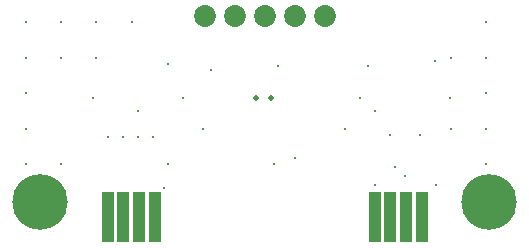
<source format=gbs>
G04 Layer_Color=16711935*
%FSTAX24Y24*%
%MOIN*%
G70*
G01*
G75*
%ADD29R,0.0395X0.1655*%
%ADD31C,0.0730*%
%ADD32C,0.1852*%
%ADD33C,0.0118*%
%ADD34C,0.0197*%
D29*
X063602Y033661D02*
D03*
X064127D02*
D03*
X064652D02*
D03*
X065177D02*
D03*
X054705D02*
D03*
X05523D02*
D03*
X055755D02*
D03*
X05628D02*
D03*
D31*
X058941Y040354D02*
D03*
X057941D02*
D03*
X059941D02*
D03*
X060941D02*
D03*
X061941D02*
D03*
D32*
X052461Y034154D02*
D03*
X067421D02*
D03*
D33*
X060397Y038697D02*
D03*
X063377Y038719D02*
D03*
X058141Y038555D02*
D03*
X067323Y040157D02*
D03*
Y038976D02*
D03*
Y037795D02*
D03*
Y036614D02*
D03*
Y035433D02*
D03*
X066142Y038976D02*
D03*
Y036614D02*
D03*
X062598D02*
D03*
X060236Y035433D02*
D03*
X057874Y036614D02*
D03*
X055512Y040157D02*
D03*
X054331D02*
D03*
Y038976D02*
D03*
X05315Y040157D02*
D03*
Y038976D02*
D03*
Y035433D02*
D03*
X051968Y040157D02*
D03*
Y038976D02*
D03*
Y037795D02*
D03*
Y036614D02*
D03*
Y035433D02*
D03*
X057205Y037638D02*
D03*
X056705Y035433D02*
D03*
X056594Y034646D02*
D03*
X056205Y036348D02*
D03*
X055705Y037218D02*
D03*
X063602Y037205D02*
D03*
X054705Y036348D02*
D03*
X055205D02*
D03*
X055705D02*
D03*
X054205Y037638D02*
D03*
X065102Y036417D02*
D03*
X064102Y036392D02*
D03*
X060941Y03563D02*
D03*
X066102Y037638D02*
D03*
X063102D02*
D03*
X056705Y03878D02*
D03*
X065602Y038878D02*
D03*
X064602Y035039D02*
D03*
X06565Y034744D02*
D03*
X064278Y035335D02*
D03*
X063602Y034744D02*
D03*
D34*
X060138Y037638D02*
D03*
X059646D02*
D03*
M02*

</source>
